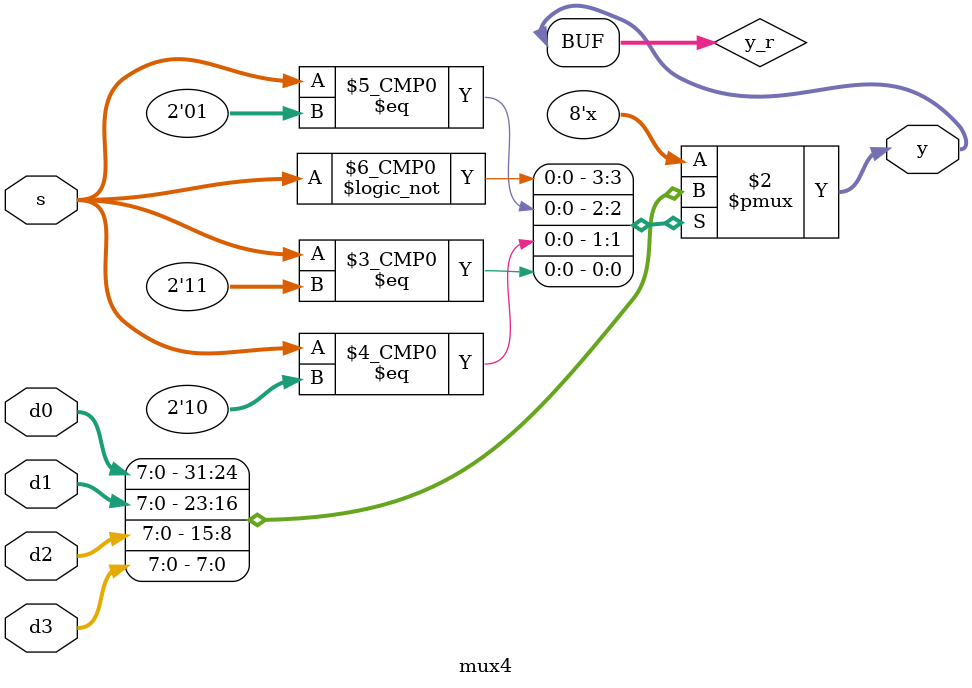
<source format=v>
`timescale 1ns / 1ps


module mux4 #(parameter WIDTH = 8)
             (d0, d1, d2, d3,
              s, y);
    
    input  [WIDTH-1:0] d0, d1, d2, d3;
    input  [1:0] s;
    output [WIDTH-1:0] y;
    
    reg [WIDTH-1:0] y_r;
    
    always @( * ) begin
        case ( s )
            2'b00: y_r = d0;
            2'b01: y_r = d1;
            2'b10: y_r = d2;
            2'b11: y_r = d3;
            default: ;
        endcase             
    end // end always
    
    assign y = y_r;
        
endmodule


</source>
